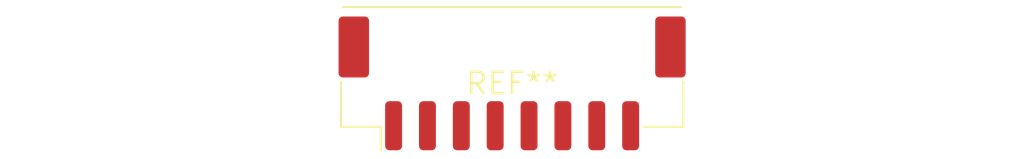
<source format=kicad_pcb>
(kicad_pcb (version 20240108) (generator pcbnew)
  (layers (0 "F.Cu" signal) (31 "B.Cu" signal) (34 "B.Paste" user) (35 "F.Paste" user) (36 "B.SilkS" user "B.Silkscreen") (37 "F.SilkS" user "F.Silkscreen") (38 "B.Mask" user) (39 "F.Mask" user) (44 "Edge.Cuts" user))
  (net 0 "")
  (footprint "Molex_CLIK-Mate_502443-0870_1x08-1MP_P2.00mm_Vertical" (layer "F.Cu") (at 0 0)
    (property "Reference" "REF**")
    (property "Value" "Molex_CLIK-Mate_502443-0870_1x08-1MP_P2.00mm_Vertical")
    (fp_line (start -10.11 -0.09) (end -10.11 2.56) (layer "F.SilkS") (stroke (width 0.12)))
    (fp_line (start -10.11 2.56) (end -7.76 2.56) (layer "F.SilkS") (stroke (width 0.12)))
    (fp_line (start -10 -4.51) (end 10 -4.51) (layer "F.SilkS") (stroke (width 0.12)))
    (fp_line (start -7.76 2.56) (end -7.76 3.95) (layer "F.SilkS") (stroke (width 0.12)))
    (fp_line (start 10.11 -0.09) (end 10.11 2.56) (layer "F.SilkS") (stroke (width 0.12)))
    (fp_line (start 10.11 2.56) (end 7.76 2.56) (layer "F.SilkS") (stroke (width 0.12)))
    (pad "1" smd roundrect (at -7 2.5) (size 1 2.9) (layers "F.Cu" "F.Paste" "F.Mask"))
    (pad "2" smd roundrect (at -5 2.5) (size 1 2.9) (layers "F.Cu" "F.Paste" "F.Mask"))
    (pad "3" smd roundrect (at -3 2.5) (size 1 2.9) (layers "F.Cu" "F.Paste" "F.Mask"))
    (pad "4" smd roundrect (at -1 2.5) (size 1 2.9) (layers "F.Cu" "F.Paste" "F.Mask"))
    (pad "5" smd roundrect (at 1 2.5) (size 1 2.9) (layers "F.Cu" "F.Paste" "F.Mask"))
    (pad "6" smd roundrect (at 3 2.5) (size 1 2.9) (layers "F.Cu" "F.Paste" "F.Mask"))
    (pad "7" smd roundrect (at 5 2.5) (size 1 2.9) (layers "F.Cu" "F.Paste" "F.Mask"))
    (pad "8" smd roundrect (at 7 2.5) (size 1 2.9) (layers "F.Cu" "F.Paste" "F.Mask"))
    (pad "MP" smd roundrect (at -9.35 -2.15) (size 1.8 3.6) (layers "F.Cu" "F.Paste" "F.Mask") (roundrect_rratio 0.138889))
    (pad "MP" smd roundrect (at 9.35 -2.15) (size 1.8 3.6) (layers "F.Cu" "F.Paste" "F.Mask") (roundrect_rratio 0.138889))
  )
)
</source>
